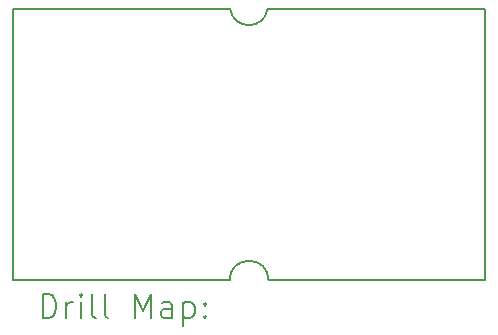
<source format=gbr>
%TF.GenerationSoftware,KiCad,Pcbnew,7.0.6+dfsg-1*%
%TF.CreationDate,2023-08-23T13:02:27+02:00*%
%TF.ProjectId,GPDI_ULX3S,47504449-5f55-44c5-9833-532e6b696361,1.6*%
%TF.SameCoordinates,Original*%
%TF.FileFunction,Drillmap*%
%TF.FilePolarity,Positive*%
%FSLAX45Y45*%
G04 Gerber Fmt 4.5, Leading zero omitted, Abs format (unit mm)*
G04 Created by KiCad (PCBNEW 7.0.6+dfsg-1) date 2023-08-23 13:02:27*
%MOMM*%
%LPD*%
G01*
G04 APERTURE LIST*
%ADD10C,0.150000*%
%ADD11C,0.200000*%
G04 APERTURE END LIST*
D10*
X15049500Y-8892500D02*
X13215100Y-8892500D01*
X15049500Y-6592500D02*
X15049500Y-8892500D01*
X13215100Y-8892500D02*
G75*
G03*
X12884900Y-8892500I-165100J0D01*
G01*
X12890010Y-6592500D02*
X11049510Y-6592500D01*
X12884900Y-8892500D02*
X11050000Y-8892500D01*
X12890000Y-6592501D02*
G75*
G03*
X13207486Y-6592607I158750J20001D01*
G01*
X11050000Y-6592500D02*
X11050000Y-8892500D01*
X13207500Y-6592500D02*
X15049500Y-6592500D01*
D11*
X11302787Y-9211484D02*
X11302787Y-9011484D01*
X11302787Y-9011484D02*
X11350406Y-9011484D01*
X11350406Y-9011484D02*
X11378977Y-9021008D01*
X11378977Y-9021008D02*
X11398025Y-9040055D01*
X11398025Y-9040055D02*
X11407548Y-9059103D01*
X11407548Y-9059103D02*
X11417072Y-9097198D01*
X11417072Y-9097198D02*
X11417072Y-9125770D01*
X11417072Y-9125770D02*
X11407548Y-9163865D01*
X11407548Y-9163865D02*
X11398025Y-9182912D01*
X11398025Y-9182912D02*
X11378977Y-9201960D01*
X11378977Y-9201960D02*
X11350406Y-9211484D01*
X11350406Y-9211484D02*
X11302787Y-9211484D01*
X11502787Y-9211484D02*
X11502787Y-9078150D01*
X11502787Y-9116246D02*
X11512310Y-9097198D01*
X11512310Y-9097198D02*
X11521834Y-9087674D01*
X11521834Y-9087674D02*
X11540882Y-9078150D01*
X11540882Y-9078150D02*
X11559929Y-9078150D01*
X11626596Y-9211484D02*
X11626596Y-9078150D01*
X11626596Y-9011484D02*
X11617072Y-9021008D01*
X11617072Y-9021008D02*
X11626596Y-9030531D01*
X11626596Y-9030531D02*
X11636120Y-9021008D01*
X11636120Y-9021008D02*
X11626596Y-9011484D01*
X11626596Y-9011484D02*
X11626596Y-9030531D01*
X11750406Y-9211484D02*
X11731358Y-9201960D01*
X11731358Y-9201960D02*
X11721834Y-9182912D01*
X11721834Y-9182912D02*
X11721834Y-9011484D01*
X11855167Y-9211484D02*
X11836120Y-9201960D01*
X11836120Y-9201960D02*
X11826596Y-9182912D01*
X11826596Y-9182912D02*
X11826596Y-9011484D01*
X12083739Y-9211484D02*
X12083739Y-9011484D01*
X12083739Y-9011484D02*
X12150406Y-9154341D01*
X12150406Y-9154341D02*
X12217072Y-9011484D01*
X12217072Y-9011484D02*
X12217072Y-9211484D01*
X12398025Y-9211484D02*
X12398025Y-9106722D01*
X12398025Y-9106722D02*
X12388501Y-9087674D01*
X12388501Y-9087674D02*
X12369453Y-9078150D01*
X12369453Y-9078150D02*
X12331358Y-9078150D01*
X12331358Y-9078150D02*
X12312310Y-9087674D01*
X12398025Y-9201960D02*
X12378977Y-9211484D01*
X12378977Y-9211484D02*
X12331358Y-9211484D01*
X12331358Y-9211484D02*
X12312310Y-9201960D01*
X12312310Y-9201960D02*
X12302787Y-9182912D01*
X12302787Y-9182912D02*
X12302787Y-9163865D01*
X12302787Y-9163865D02*
X12312310Y-9144817D01*
X12312310Y-9144817D02*
X12331358Y-9135293D01*
X12331358Y-9135293D02*
X12378977Y-9135293D01*
X12378977Y-9135293D02*
X12398025Y-9125770D01*
X12493263Y-9078150D02*
X12493263Y-9278150D01*
X12493263Y-9087674D02*
X12512310Y-9078150D01*
X12512310Y-9078150D02*
X12550406Y-9078150D01*
X12550406Y-9078150D02*
X12569453Y-9087674D01*
X12569453Y-9087674D02*
X12578977Y-9097198D01*
X12578977Y-9097198D02*
X12588501Y-9116246D01*
X12588501Y-9116246D02*
X12588501Y-9173389D01*
X12588501Y-9173389D02*
X12578977Y-9192436D01*
X12578977Y-9192436D02*
X12569453Y-9201960D01*
X12569453Y-9201960D02*
X12550406Y-9211484D01*
X12550406Y-9211484D02*
X12512310Y-9211484D01*
X12512310Y-9211484D02*
X12493263Y-9201960D01*
X12674215Y-9192436D02*
X12683739Y-9201960D01*
X12683739Y-9201960D02*
X12674215Y-9211484D01*
X12674215Y-9211484D02*
X12664691Y-9201960D01*
X12664691Y-9201960D02*
X12674215Y-9192436D01*
X12674215Y-9192436D02*
X12674215Y-9211484D01*
X12674215Y-9087674D02*
X12683739Y-9097198D01*
X12683739Y-9097198D02*
X12674215Y-9106722D01*
X12674215Y-9106722D02*
X12664691Y-9097198D01*
X12664691Y-9097198D02*
X12674215Y-9087674D01*
X12674215Y-9087674D02*
X12674215Y-9106722D01*
M02*

</source>
